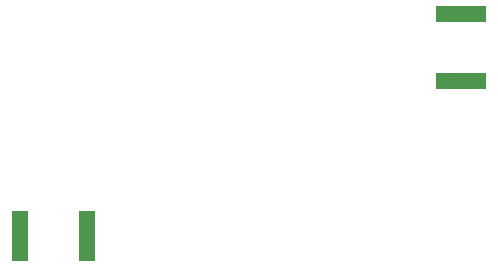
<source format=gbr>
%TF.GenerationSoftware,KiCad,Pcbnew,8.0.0-unknown-202403021604~8dce6c0b67~ubuntu22.04.1*%
%TF.CreationDate,2024-03-03T10:33:34+05:30*%
%TF.ProjectId,HF-PA-v10,48462d50-412d-4763-9130-2e6b69636164,rev?*%
%TF.SameCoordinates,Original*%
%TF.FileFunction,Paste,Bot*%
%TF.FilePolarity,Positive*%
%FSLAX46Y46*%
G04 Gerber Fmt 4.6, Leading zero omitted, Abs format (unit mm)*
G04 Created by KiCad (PCBNEW 8.0.0-unknown-202403021604~8dce6c0b67~ubuntu22.04.1) date 2024-03-03 10:33:34*
%MOMM*%
%LPD*%
G01*
G04 APERTURE LIST*
%ADD10R,4.200000X1.350000*%
%ADD11R,1.350000X4.200000*%
G04 APERTURE END LIST*
D10*
%TO.C,RF_OUT1*%
X204477500Y-88285000D03*
X204477500Y-82635000D03*
%TD*%
D11*
%TO.C,RF_IN1*%
X167120000Y-101380000D03*
X172770000Y-101380000D03*
%TD*%
M02*

</source>
